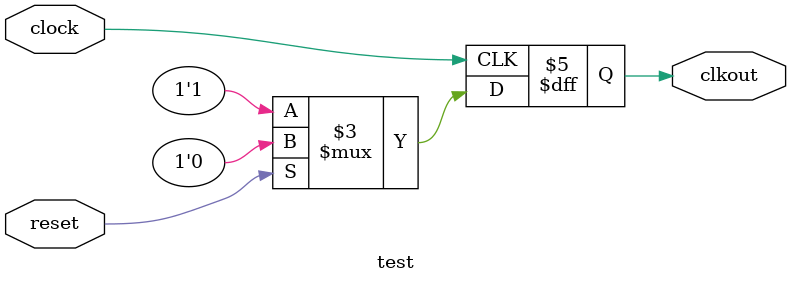
<source format=v>
`timescale 1ns / 1ps
module test(
    input clock,
    input reset,
    output reg clkout
    );
	 
	 
	always @(posedge clock)
	begin
	if (reset)
	begin
	clkout <=0;
	end
	else
	begin
	clkout <=1;
	end
	
end	

endmodule

</source>
